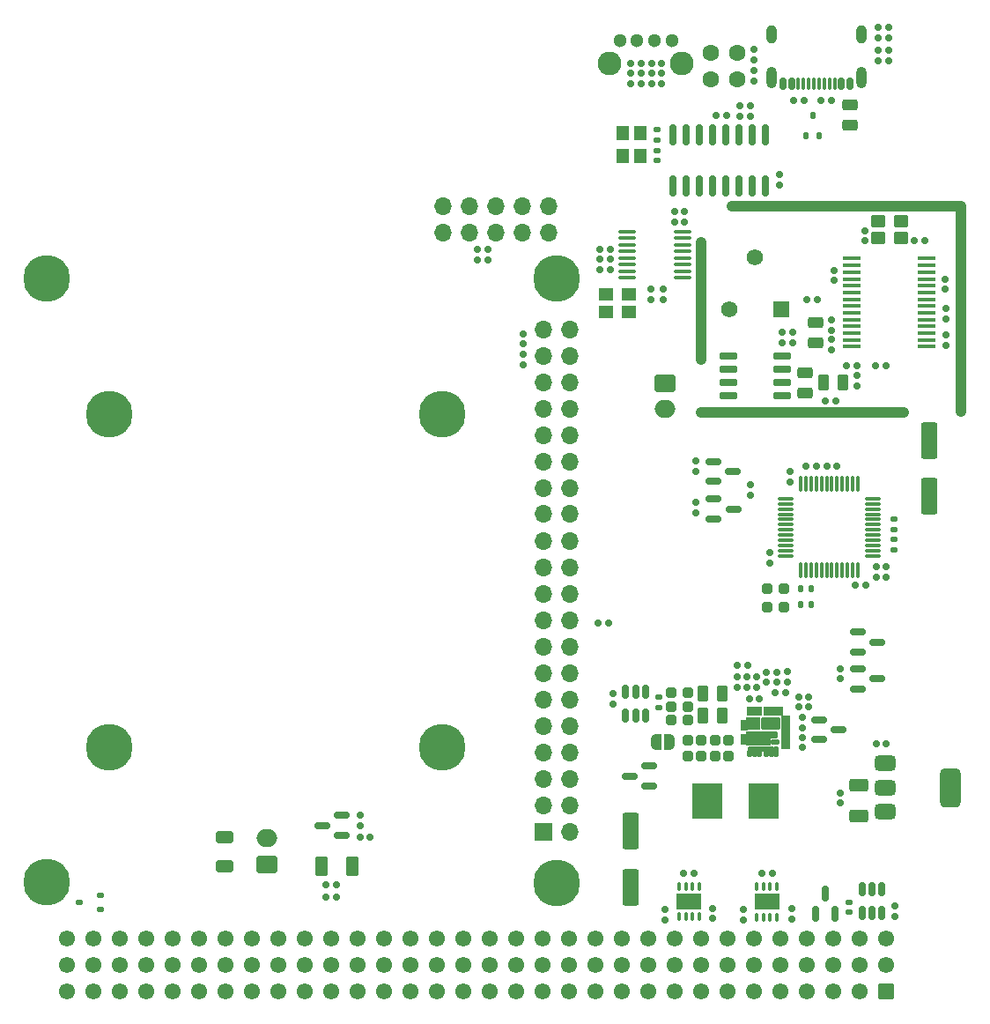
<source format=gbr>
%TF.GenerationSoftware,KiCad,Pcbnew,9.0.0*%
%TF.CreationDate,2025-05-24T19:09:12+02:00*%
%TF.ProjectId,OrangePie,4f72616e-6765-4506-9965-2e6b69636164,2.0.0*%
%TF.SameCoordinates,Original*%
%TF.FileFunction,Soldermask,Top*%
%TF.FilePolarity,Negative*%
%FSLAX46Y46*%
G04 Gerber Fmt 4.6, Leading zero omitted, Abs format (unit mm)*
G04 Created by KiCad (PCBNEW 9.0.0) date 2025-05-24 19:09:12*
%MOMM*%
%LPD*%
G01*
G04 APERTURE LIST*
G04 Aperture macros list*
%AMRoundRect*
0 Rectangle with rounded corners*
0 $1 Rounding radius*
0 $2 $3 $4 $5 $6 $7 $8 $9 X,Y pos of 4 corners*
0 Add a 4 corners polygon primitive as box body*
4,1,4,$2,$3,$4,$5,$6,$7,$8,$9,$2,$3,0*
0 Add four circle primitives for the rounded corners*
1,1,$1+$1,$2,$3*
1,1,$1+$1,$4,$5*
1,1,$1+$1,$6,$7*
1,1,$1+$1,$8,$9*
0 Add four rect primitives between the rounded corners*
20,1,$1+$1,$2,$3,$4,$5,0*
20,1,$1+$1,$4,$5,$6,$7,0*
20,1,$1+$1,$6,$7,$8,$9,0*
20,1,$1+$1,$8,$9,$2,$3,0*%
%AMFreePoly0*
4,1,23,0.500000,-0.750000,0.000000,-0.750000,0.000000,-0.745722,-0.065263,-0.745722,-0.191342,-0.711940,-0.304381,-0.646677,-0.396677,-0.554381,-0.461940,-0.441342,-0.495722,-0.315263,-0.495722,-0.250000,-0.500000,-0.250000,-0.500000,0.250000,-0.495722,0.250000,-0.495722,0.315263,-0.461940,0.441342,-0.396677,0.554381,-0.304381,0.646677,-0.191342,0.711940,-0.065263,0.745722,0.000000,0.745722,
0.000000,0.750000,0.500000,0.750000,0.500000,-0.750000,0.500000,-0.750000,$1*%
%AMFreePoly1*
4,1,23,0.000000,0.745722,0.065263,0.745722,0.191342,0.711940,0.304381,0.646677,0.396677,0.554381,0.461940,0.441342,0.495722,0.315263,0.495722,0.250000,0.500000,0.250000,0.500000,-0.250000,0.495722,-0.250000,0.495722,-0.315263,0.461940,-0.441342,0.396677,-0.554381,0.304381,-0.646677,0.191342,-0.711940,0.065263,-0.745722,0.000000,-0.745722,0.000000,-0.750000,-0.500000,-0.750000,
-0.500000,0.750000,0.000000,0.750000,0.000000,0.745722,0.000000,0.745722,$1*%
G04 Aperture macros list end*
%ADD10C,1.000000*%
%ADD11RoundRect,0.159000X-0.159000X-0.189000X0.159000X-0.189000X0.159000X0.189000X-0.159000X0.189000X0*%
%ADD12RoundRect,0.159000X0.189000X-0.159000X0.189000X0.159000X-0.189000X0.159000X-0.189000X-0.159000X0*%
%ADD13RoundRect,0.150000X-0.590000X-0.150000X0.590000X-0.150000X0.590000X0.150000X-0.590000X0.150000X0*%
%ADD14RoundRect,0.244000X0.269000X-0.244000X0.269000X0.244000X-0.269000X0.244000X-0.269000X-0.244000X0*%
%ADD15RoundRect,0.159000X-0.189000X0.159000X-0.189000X-0.159000X0.189000X-0.159000X0.189000X0.159000X0*%
%ADD16RoundRect,0.250000X0.450000X0.350000X-0.450000X0.350000X-0.450000X-0.350000X0.450000X-0.350000X0*%
%ADD17RoundRect,0.140000X-0.170000X0.140000X-0.170000X-0.140000X0.170000X-0.140000X0.170000X0.140000X0*%
%ADD18RoundRect,0.140000X0.170000X-0.140000X0.170000X0.140000X-0.170000X0.140000X-0.170000X-0.140000X0*%
%ADD19RoundRect,0.159000X0.159000X0.189000X-0.159000X0.189000X-0.159000X-0.189000X0.159000X-0.189000X0*%
%ADD20RoundRect,0.150000X0.150000X-0.590000X0.150000X0.590000X-0.150000X0.590000X-0.150000X-0.590000X0*%
%ADD21RoundRect,0.075000X-0.075000X0.350000X-0.075000X-0.350000X0.075000X-0.350000X0.075000X0.350000X0*%
%ADD22R,2.400000X1.600000*%
%ADD23RoundRect,0.150000X0.150000X-0.512500X0.150000X0.512500X-0.150000X0.512500X-0.150000X-0.512500X0*%
%ADD24R,1.200000X1.400000*%
%ADD25RoundRect,0.239000X0.239000X0.274000X-0.239000X0.274000X-0.239000X-0.274000X0.239000X-0.274000X0*%
%ADD26RoundRect,0.244000X-0.244000X-0.269000X0.244000X-0.269000X0.244000X0.269000X-0.244000X0.269000X0*%
%ADD27R,1.750000X0.450000*%
%ADD28RoundRect,0.150000X0.590000X0.150000X-0.590000X0.150000X-0.590000X-0.150000X0.590000X-0.150000X0*%
%ADD29RoundRect,0.135000X0.185000X-0.135000X0.185000X0.135000X-0.185000X0.135000X-0.185000X-0.135000X0*%
%ADD30RoundRect,0.269000X-0.269000X-0.494000X0.269000X-0.494000X0.269000X0.494000X-0.269000X0.494000X0*%
%ADD31RoundRect,0.150000X-0.150000X0.512500X-0.150000X-0.512500X0.150000X-0.512500X0.150000X0.512500X0*%
%ADD32C,1.300000*%
%ADD33C,2.286000*%
%ADD34RoundRect,0.112500X0.237500X-0.112500X0.237500X0.112500X-0.237500X0.112500X-0.237500X-0.112500X0*%
%ADD35RoundRect,0.250000X-0.750000X0.600000X-0.750000X-0.600000X0.750000X-0.600000X0.750000X0.600000X0*%
%ADD36O,2.000000X1.700000*%
%ADD37RoundRect,0.112500X-0.112500X-0.237500X0.112500X-0.237500X0.112500X0.237500X-0.112500X0.237500X0*%
%ADD38RoundRect,0.269000X0.494000X-0.269000X0.494000X0.269000X-0.494000X0.269000X-0.494000X-0.269000X0*%
%ADD39RoundRect,0.150000X-0.150000X0.825000X-0.150000X-0.825000X0.150000X-0.825000X0.150000X0.825000X0*%
%ADD40FreePoly0,180.000000*%
%ADD41FreePoly1,180.000000*%
%ADD42RoundRect,0.269000X0.269000X0.494000X-0.269000X0.494000X-0.269000X-0.494000X0.269000X-0.494000X0*%
%ADD43C,1.600000*%
%ADD44RoundRect,0.102000X-0.275000X-0.150000X0.275000X-0.150000X0.275000X0.150000X-0.275000X0.150000X0*%
%ADD45RoundRect,0.102000X-0.150000X-0.225000X0.150000X-0.225000X0.150000X0.225000X-0.150000X0.225000X0*%
%ADD46RoundRect,0.102000X-1.175000X-0.140000X1.175000X-0.140000X1.175000X0.140000X-1.175000X0.140000X0*%
%ADD47RoundRect,0.102000X-0.150000X-0.365000X0.150000X-0.365000X0.150000X0.365000X-0.150000X0.365000X0*%
%ADD48RoundRect,0.102000X-0.362500X-0.150000X0.362500X-0.150000X0.362500X0.150000X-0.362500X0.150000X0*%
%ADD49RoundRect,0.102000X-0.150000X-0.362500X0.150000X-0.362500X0.150000X0.362500X-0.150000X0.362500X0*%
%ADD50RoundRect,0.102000X-0.787500X-0.525000X0.787500X-0.525000X0.787500X0.525000X-0.787500X0.525000X0*%
%ADD51RoundRect,0.102000X-0.575000X-0.525000X0.575000X-0.525000X0.575000X0.525000X-0.575000X0.525000X0*%
%ADD52RoundRect,0.102000X-1.087500X-0.600000X1.087500X-0.600000X1.087500X0.600000X-1.087500X0.600000X0*%
%ADD53RoundRect,0.102000X-0.325000X-0.227500X0.325000X-0.227500X0.325000X0.227500X-0.325000X0.227500X0*%
%ADD54RoundRect,0.102000X-0.290000X-0.190000X0.290000X-0.190000X0.290000X0.190000X-0.290000X0.190000X0*%
%ADD55R,1.560000X1.560000*%
%ADD56C,1.560000*%
%ADD57RoundRect,0.075000X0.662500X0.075000X-0.662500X0.075000X-0.662500X-0.075000X0.662500X-0.075000X0*%
%ADD58RoundRect,0.075000X0.075000X0.662500X-0.075000X0.662500X-0.075000X-0.662500X0.075000X-0.662500X0*%
%ADD59RoundRect,0.267273X0.570727X-0.320727X0.570727X0.320727X-0.570727X0.320727X-0.570727X-0.320727X0*%
%ADD60RoundRect,0.135000X0.135000X0.185000X-0.135000X0.185000X-0.135000X-0.185000X0.135000X-0.185000X0*%
%ADD61RoundRect,0.266521X0.671479X-0.346479X0.671479X0.346479X-0.671479X0.346479X-0.671479X-0.346479X0*%
%ADD62RoundRect,0.250000X0.750000X-0.600000X0.750000X0.600000X-0.750000X0.600000X-0.750000X-0.600000X0*%
%ADD63R,2.950000X3.500000*%
%ADD64RoundRect,0.266521X-0.346479X-0.671479X0.346479X-0.671479X0.346479X0.671479X-0.346479X0.671479X0*%
%ADD65RoundRect,0.269000X-0.494000X0.269000X-0.494000X-0.269000X0.494000X-0.269000X0.494000X0.269000X0*%
%ADD66RoundRect,0.150000X0.725000X0.150000X-0.725000X0.150000X-0.725000X-0.150000X0.725000X-0.150000X0*%
%ADD67RoundRect,0.150000X0.150000X0.425000X-0.150000X0.425000X-0.150000X-0.425000X0.150000X-0.425000X0*%
%ADD68RoundRect,0.075000X0.075000X0.500000X-0.075000X0.500000X-0.075000X-0.500000X0.075000X-0.500000X0*%
%ADD69O,1.000000X2.100000*%
%ADD70O,1.000000X1.800000*%
%ADD71RoundRect,0.250000X-0.550000X1.500000X-0.550000X-1.500000X0.550000X-1.500000X0.550000X1.500000X0*%
%ADD72R,1.400000X1.200000*%
%ADD73RoundRect,0.249999X0.525001X0.525001X-0.525001X0.525001X-0.525001X-0.525001X0.525001X-0.525001X0*%
%ADD74C,1.550000*%
%ADD75RoundRect,0.375000X-0.625000X-0.375000X0.625000X-0.375000X0.625000X0.375000X-0.625000X0.375000X0*%
%ADD76RoundRect,0.500000X-0.500000X-1.400000X0.500000X-1.400000X0.500000X1.400000X-0.500000X1.400000X0*%
%ADD77RoundRect,0.100000X0.712500X0.100000X-0.712500X0.100000X-0.712500X-0.100000X0.712500X-0.100000X0*%
%ADD78C,4.500000*%
%ADD79O,1.700000X1.700000*%
%ADD80R,1.700000X1.700000*%
G04 APERTURE END LIST*
D10*
X121727498Y-77592030D02*
X102285406Y-77592030D01*
X127285775Y-57794421D02*
X127285775Y-77495962D01*
X102315934Y-61236827D02*
X102315934Y-72486827D01*
X105250995Y-57794421D02*
X127285775Y-57794421D01*
D11*
%TO.C,R49*%
X110100000Y-69900000D03*
X111100000Y-69900000D03*
%TD*%
%TO.C,R47*%
X92400000Y-97800000D03*
X93400000Y-97800000D03*
%TD*%
D12*
%TO.C,R32*%
X106675000Y-103975000D03*
X106675000Y-102975000D03*
%TD*%
%TO.C,R14*%
X98624173Y-66740827D03*
X98624173Y-65740827D03*
%TD*%
D13*
%TO.C,Q3*%
X117314035Y-102225000D03*
X117314035Y-104125000D03*
X119194035Y-103175000D03*
%TD*%
D14*
%TO.C,C12*%
X103600000Y-110600000D03*
X103600000Y-109040000D03*
%TD*%
D15*
%TO.C,R26*%
X69487500Y-116300000D03*
X69487500Y-117300000D03*
%TD*%
D12*
%TO.C,R21*%
X106000000Y-49140000D03*
X106000000Y-48140000D03*
%TD*%
D16*
%TO.C,X1*%
X121500000Y-59215000D03*
X119300000Y-59215000D03*
X119300000Y-60815000D03*
X121500000Y-60815000D03*
%TD*%
D12*
%TO.C,R5*%
X107400000Y-45700000D03*
X107400000Y-44700000D03*
%TD*%
D17*
%TO.C,C27*%
X116469602Y-124602500D03*
X116469602Y-125562500D03*
%TD*%
D15*
%TO.C,R33*%
X107400000Y-42700000D03*
X107400000Y-43700000D03*
%TD*%
D11*
%TO.C,R36*%
X108575000Y-102575000D03*
X109575000Y-102575000D03*
%TD*%
D18*
%TO.C,C25*%
X120800000Y-88790000D03*
X120800000Y-87830000D03*
%TD*%
D19*
%TO.C,C16*%
X96500000Y-46000000D03*
X95500000Y-46000000D03*
%TD*%
D11*
%TO.C,R19*%
X112450000Y-66690000D03*
X113450000Y-66690000D03*
%TD*%
D13*
%TO.C,Q6*%
X103480000Y-82300000D03*
X103480000Y-84200000D03*
X105360000Y-83250000D03*
%TD*%
D15*
%TO.C,C34*%
X125775000Y-64750000D03*
X125775000Y-65750000D03*
%TD*%
%TO.C,R22*%
X115027641Y-63906489D03*
X115027641Y-64906489D03*
%TD*%
D20*
%TO.C,Q1*%
X113286128Y-125702500D03*
X115186128Y-125702500D03*
X114236128Y-123822500D03*
%TD*%
D21*
%TO.C,U7*%
X102100000Y-123100000D03*
X101450000Y-123100000D03*
X100800000Y-123100000D03*
X100150000Y-123100000D03*
X100150000Y-126000000D03*
X100800000Y-126000000D03*
X101450000Y-126000000D03*
X102100000Y-126000000D03*
D22*
X101125000Y-124550000D03*
%TD*%
D11*
%TO.C,R42*%
X99700000Y-59240827D03*
X100700000Y-59240827D03*
%TD*%
D15*
%TO.C,C18*%
X110850000Y-83262500D03*
X110850000Y-84262500D03*
%TD*%
D11*
%TO.C,R30*%
X111200000Y-47600000D03*
X112200000Y-47600000D03*
%TD*%
D23*
%TO.C,U5*%
X117736128Y-125657500D03*
X118686128Y-125657500D03*
X119636128Y-125657500D03*
X119636128Y-123382500D03*
X118686128Y-123382500D03*
X117736128Y-123382500D03*
%TD*%
D12*
%TO.C,R12*%
X93800000Y-105600000D03*
X93800000Y-104600000D03*
%TD*%
D15*
%TO.C,R13*%
X120936128Y-125000000D03*
X120936128Y-126000000D03*
%TD*%
D12*
%TO.C,R40*%
X85200000Y-73000000D03*
X85200000Y-72000000D03*
%TD*%
D24*
%TO.C,Y2*%
X94770000Y-50690000D03*
X94770000Y-52890000D03*
X96470000Y-52890000D03*
X96470000Y-50690000D03*
%TD*%
D11*
%TO.C,R27*%
X119300000Y-42800000D03*
X120300000Y-42800000D03*
%TD*%
D12*
%TO.C,C59*%
X115650000Y-115100000D03*
X115650000Y-114100000D03*
%TD*%
D25*
%TO.C,D3*%
X110250000Y-96300000D03*
X108670000Y-96300000D03*
%TD*%
D12*
%TO.C,R15*%
X97424173Y-66740827D03*
X97424173Y-65740827D03*
%TD*%
D26*
%TO.C,C62*%
X99420000Y-105825000D03*
X100980000Y-105825000D03*
%TD*%
D19*
%TO.C,R4*%
X109575000Y-103475000D03*
X108575000Y-103475000D03*
%TD*%
D27*
%TO.C,U9*%
X116755000Y-62790000D03*
X116755000Y-63440000D03*
X116755000Y-64090000D03*
X116755000Y-64740000D03*
X116755000Y-65390000D03*
X116755000Y-66040000D03*
X116755000Y-66690000D03*
X116755000Y-67340000D03*
X116755000Y-67990000D03*
X116755000Y-68640000D03*
X116755000Y-69290000D03*
X116755000Y-69940000D03*
X116755000Y-70590000D03*
X116755000Y-71240000D03*
X123955000Y-71240000D03*
X123955000Y-70590000D03*
X123955000Y-69940000D03*
X123955000Y-69290000D03*
X123955000Y-68640000D03*
X123955000Y-67990000D03*
X123955000Y-67340000D03*
X123955000Y-66690000D03*
X123955000Y-66040000D03*
X123955000Y-65390000D03*
X123955000Y-64740000D03*
X123955000Y-64090000D03*
X123955000Y-63440000D03*
X123955000Y-62790000D03*
%TD*%
D15*
%TO.C,R1*%
X107575000Y-102975000D03*
X107575000Y-103975000D03*
%TD*%
D19*
%TO.C,C7*%
X107900000Y-105075000D03*
X106900000Y-105075000D03*
%TD*%
D11*
%TO.C,R39*%
X95500000Y-45000000D03*
X96500000Y-45000000D03*
%TD*%
D13*
%TO.C,Q5*%
X113600000Y-107100000D03*
X113600000Y-109000000D03*
X115480000Y-108050000D03*
%TD*%
D28*
%TO.C,Q4*%
X67740000Y-118200000D03*
X67740000Y-116300000D03*
X65860000Y-117250000D03*
%TD*%
D15*
%TO.C,R6*%
X112000000Y-106875000D03*
X112000000Y-107875000D03*
%TD*%
%TO.C,R44*%
X81800000Y-61900000D03*
X81800000Y-62900000D03*
%TD*%
D11*
%TO.C,R16*%
X116250000Y-73050000D03*
X117250000Y-73050000D03*
%TD*%
D19*
%TO.C,C28*%
X101625000Y-121828183D03*
X100625000Y-121828183D03*
%TD*%
D29*
%TO.C,R9*%
X120800000Y-90810000D03*
X120800000Y-89790000D03*
%TD*%
D15*
%TO.C,R45*%
X80800000Y-61900000D03*
X80800000Y-62900000D03*
%TD*%
D30*
%TO.C,C40*%
X114050000Y-74690000D03*
X115950000Y-74690000D03*
%TD*%
D31*
%TO.C,U4*%
X96925000Y-104425000D03*
X95975000Y-104425000D03*
X95025000Y-104425000D03*
X95025000Y-106700000D03*
X95975000Y-106700000D03*
X96925000Y-106700000D03*
%TD*%
D32*
%TO.C,BTN1*%
X99458401Y-41815997D03*
X97828401Y-41815997D03*
X96088401Y-41815997D03*
X94458401Y-41815997D03*
D33*
X100458401Y-44065997D03*
X93458401Y-44065997D03*
%TD*%
D34*
%TO.C,U403*%
X44500000Y-125300000D03*
X44500000Y-124000000D03*
X42500000Y-124650000D03*
%TD*%
D12*
%TO.C,R18*%
X117250000Y-75000000D03*
X117250000Y-74000000D03*
%TD*%
%TO.C,C22*%
X108850000Y-92050000D03*
X108850000Y-91050000D03*
%TD*%
D11*
%TO.C,C36*%
X114200000Y-76500000D03*
X115200000Y-76500000D03*
%TD*%
D14*
%TO.C,C13*%
X102300000Y-110600000D03*
X102300000Y-109040000D03*
%TD*%
D19*
%TO.C,C19*%
X113350000Y-82762500D03*
X112350000Y-82762500D03*
%TD*%
%TO.C,C52*%
X104700000Y-49040000D03*
X103700000Y-49040000D03*
%TD*%
D12*
%TO.C,C14*%
X110575000Y-103475000D03*
X110575000Y-102475000D03*
%TD*%
D35*
%TO.C,J3*%
X98775000Y-74750000D03*
D36*
X98775000Y-77250000D03*
%TD*%
D15*
%TO.C,R3*%
X111675000Y-104875000D03*
X111675000Y-105875000D03*
%TD*%
D11*
%TO.C,R24*%
X66225000Y-122950000D03*
X67225000Y-122950000D03*
%TD*%
D19*
%TO.C,C30*%
X109100000Y-121880900D03*
X108100000Y-121880900D03*
%TD*%
D11*
%TO.C,R43*%
X99700000Y-58240827D03*
X100700000Y-58240827D03*
%TD*%
D12*
%TO.C,R41*%
X85200000Y-71000000D03*
X85200000Y-70000000D03*
%TD*%
D37*
%TO.C,U402*%
X112350000Y-51000000D03*
X113650000Y-51000000D03*
X113000000Y-49000000D03*
%TD*%
D12*
%TO.C,C44*%
X118050000Y-61090000D03*
X118050000Y-60090000D03*
%TD*%
%TO.C,C29*%
X98800000Y-126300000D03*
X98800000Y-125300000D03*
%TD*%
D15*
%TO.C,C35*%
X114850000Y-70550000D03*
X114850000Y-71550000D03*
%TD*%
D38*
%TO.C,C33*%
X113250000Y-70840000D03*
X113250000Y-68940000D03*
%TD*%
D12*
%TO.C,R35*%
X103400000Y-126200000D03*
X103400000Y-125200000D03*
%TD*%
D11*
%TO.C,R23*%
X66225000Y-124100000D03*
X67225000Y-124100000D03*
%TD*%
D28*
%TO.C,Q2*%
X97315000Y-113450000D03*
X97315000Y-111550000D03*
X95435000Y-112500000D03*
%TD*%
D39*
%TO.C,U11*%
X108420000Y-50890000D03*
X107150000Y-50890000D03*
X105880000Y-50890000D03*
X104610000Y-50890000D03*
X103340000Y-50890000D03*
X102070000Y-50890000D03*
X100800000Y-50890000D03*
X99530000Y-50890000D03*
X99530000Y-55840000D03*
X100800000Y-55840000D03*
X102070000Y-55840000D03*
X103340000Y-55840000D03*
X104610000Y-55840000D03*
X105880000Y-55840000D03*
X107150000Y-55840000D03*
X108420000Y-55840000D03*
%TD*%
D13*
%TO.C,Q8*%
X117322400Y-98680100D03*
X117322400Y-100580100D03*
X119202400Y-99630100D03*
%TD*%
D11*
%TO.C,C20*%
X114350000Y-82762500D03*
X115350000Y-82762500D03*
%TD*%
D19*
%TO.C,R29*%
X114800000Y-47600000D03*
X113800000Y-47600000D03*
%TD*%
D12*
%TO.C,R46*%
X101800000Y-87200000D03*
X101800000Y-86200000D03*
%TD*%
%TO.C,R48*%
X115697000Y-103174800D03*
X115697000Y-102174800D03*
%TD*%
D40*
%TO.C,JP1*%
X99275000Y-109194800D03*
D41*
X97975000Y-109194800D03*
%TD*%
D42*
%TO.C,C57*%
X104350000Y-104600000D03*
X102450000Y-104600000D03*
%TD*%
D12*
%TO.C,R60*%
X101800000Y-83250000D03*
X101800000Y-82250000D03*
%TD*%
D43*
%TO.C,LED1*%
X103242001Y-43025997D03*
X105782001Y-43025997D03*
X103242001Y-45565997D03*
X105782001Y-45565997D03*
%TD*%
D44*
%TO.C,U2*%
X106425000Y-107400000D03*
X106425000Y-107850000D03*
X106425000Y-108750000D03*
X106425000Y-109200000D03*
D45*
X106975000Y-110300000D03*
X107425000Y-110300000D03*
X107875000Y-110300000D03*
X108575000Y-110300000D03*
X109025000Y-110300000D03*
D46*
X108000000Y-109935000D03*
D47*
X109475000Y-110160000D03*
D48*
X110387500Y-109650000D03*
X110387500Y-109200000D03*
X110387500Y-108750000D03*
X110387500Y-108300000D03*
X110387500Y-107850000D03*
X110387500Y-107400000D03*
X110387500Y-106950000D03*
D49*
X109925000Y-106287500D03*
X109475000Y-106287500D03*
X109025000Y-106287500D03*
X108575000Y-106287500D03*
X107875000Y-106287500D03*
X107425000Y-106287500D03*
X106975000Y-106287500D03*
D50*
X108937500Y-107475000D03*
D51*
X107275000Y-107475000D03*
D52*
X107787500Y-108900000D03*
D53*
X109200000Y-108527500D03*
D54*
X109435000Y-109215000D03*
%TD*%
D17*
%TO.C,C53*%
X98070000Y-52410000D03*
X98070000Y-53370000D03*
%TD*%
D11*
%TO.C,C23*%
X119100000Y-93400000D03*
X120100000Y-93400000D03*
%TD*%
D21*
%TO.C,U6*%
X109575000Y-123143400D03*
X108925000Y-123143400D03*
X108275000Y-123143400D03*
X107625000Y-123143400D03*
X107625000Y-126043400D03*
X108275000Y-126043400D03*
X108925000Y-126043400D03*
X109575000Y-126043400D03*
D22*
X108600000Y-124593400D03*
%TD*%
D12*
%TO.C,C31*%
X106343270Y-126300000D03*
X106343270Y-125300000D03*
%TD*%
D42*
%TO.C,C10*%
X104350000Y-106725000D03*
X102450000Y-106725000D03*
%TD*%
D11*
%TO.C,C24*%
X119100000Y-92400000D03*
X120100000Y-92400000D03*
%TD*%
D12*
%TO.C,C38*%
X125800000Y-71125000D03*
X125800000Y-70125000D03*
%TD*%
D19*
%TO.C,C60*%
X98500000Y-46000000D03*
X97500000Y-46000000D03*
%TD*%
D11*
%TO.C,R7*%
X109400000Y-104475000D03*
X110400000Y-104475000D03*
%TD*%
D25*
%TO.C,D1*%
X110250000Y-94500000D03*
X108670000Y-94500000D03*
%TD*%
D12*
%TO.C,C15*%
X112000000Y-109772000D03*
X112000000Y-108772000D03*
%TD*%
D19*
%TO.C,C17*%
X120100000Y-109400000D03*
X119100000Y-109400000D03*
%TD*%
%TO.C,C43*%
X123745000Y-61015000D03*
X122745000Y-61015000D03*
%TD*%
D26*
%TO.C,C61*%
X99420000Y-104525000D03*
X100980000Y-104525000D03*
%TD*%
D11*
%TO.C,C42*%
X110100000Y-70900000D03*
X111100000Y-70900000D03*
%TD*%
D55*
%TO.C,RV1*%
X109950000Y-67700000D03*
D56*
X107450000Y-62700000D03*
X104950000Y-67700000D03*
%TD*%
D19*
%TO.C,R25*%
X70487500Y-118400000D03*
X69487500Y-118400000D03*
%TD*%
D57*
%TO.C,U3*%
X118762500Y-91350000D03*
X118762500Y-90850000D03*
X118762500Y-90350000D03*
X118762500Y-89850000D03*
X118762500Y-89350000D03*
X118762500Y-88850000D03*
X118762500Y-88350000D03*
X118762500Y-87850000D03*
X118762500Y-87350000D03*
X118762500Y-86850000D03*
X118762500Y-86350000D03*
X118762500Y-85850000D03*
D58*
X117350000Y-84437500D03*
X116850000Y-84437500D03*
X116350000Y-84437500D03*
X115850000Y-84437500D03*
X115350000Y-84437500D03*
X114850000Y-84437500D03*
X114350000Y-84437500D03*
X113850000Y-84437500D03*
X113350000Y-84437500D03*
X112850000Y-84437500D03*
X112350000Y-84437500D03*
X111850000Y-84437500D03*
D57*
X110437500Y-85850000D03*
X110437500Y-86350000D03*
X110437500Y-86850000D03*
X110437500Y-87350000D03*
X110437500Y-87850000D03*
X110437500Y-88350000D03*
X110437500Y-88850000D03*
X110437500Y-89350000D03*
X110437500Y-89850000D03*
X110437500Y-90350000D03*
X110437500Y-90850000D03*
X110437500Y-91350000D03*
D58*
X111850000Y-92762500D03*
X112350000Y-92762500D03*
X112850000Y-92762500D03*
X113350000Y-92762500D03*
X113850000Y-92762500D03*
X114350000Y-92762500D03*
X114850000Y-92762500D03*
X115350000Y-92762500D03*
X115850000Y-92762500D03*
X116350000Y-92762500D03*
X116850000Y-92762500D03*
X117350000Y-92762500D03*
%TD*%
D59*
%TO.C,D4*%
X56450000Y-121200000D03*
X56450000Y-118400000D03*
%TD*%
D19*
%TO.C,C47*%
X93524173Y-61940827D03*
X92524173Y-61940827D03*
%TD*%
D15*
%TO.C,C32*%
X114850000Y-68700000D03*
X114850000Y-69700000D03*
%TD*%
D60*
%TO.C,R11*%
X112880000Y-96000000D03*
X111860000Y-96000000D03*
%TD*%
D61*
%TO.C,C6*%
X117400000Y-116360000D03*
X117400000Y-113400000D03*
%TD*%
D12*
%TO.C,R2*%
X112575000Y-105875000D03*
X112575000Y-104875000D03*
%TD*%
D62*
%TO.C,M1*%
X60525000Y-121000000D03*
D36*
X60525000Y-118500000D03*
%TD*%
D11*
%TO.C,R31*%
X119300000Y-40600000D03*
X120300000Y-40600000D03*
%TD*%
D19*
%TO.C,C9*%
X106775000Y-101875000D03*
X105775000Y-101875000D03*
%TD*%
D63*
%TO.C,L2*%
X108325000Y-114900000D03*
X102875000Y-114900000D03*
%TD*%
D19*
%TO.C,C45*%
X93524173Y-63840827D03*
X92524173Y-63840827D03*
%TD*%
D11*
%TO.C,C55*%
X119300000Y-41600000D03*
X120300000Y-41600000D03*
%TD*%
D64*
%TO.C,C49*%
X65820000Y-121200000D03*
X68780000Y-121200000D03*
%TD*%
D65*
%TO.C,C37*%
X112250000Y-73790000D03*
X112250000Y-75690000D03*
%TD*%
D66*
%TO.C,U8*%
X110050000Y-75930000D03*
X110050000Y-74660000D03*
X110050000Y-73390000D03*
X110050000Y-72120000D03*
X104900000Y-72120000D03*
X104900000Y-73390000D03*
X104900000Y-74660000D03*
X104900000Y-75930000D03*
%TD*%
D12*
%TO.C,C51*%
X109800000Y-55740000D03*
X109800000Y-54740000D03*
%TD*%
D67*
%TO.C,J5*%
X116578401Y-45955997D03*
X115778401Y-45955997D03*
D68*
X114628401Y-45955997D03*
X113628401Y-45955997D03*
X113128401Y-45955997D03*
X112128401Y-45955997D03*
D67*
X110978401Y-45955997D03*
X110178401Y-45955997D03*
X110178401Y-45955997D03*
X110978401Y-45955997D03*
D68*
X111628401Y-45955997D03*
X112628401Y-45955997D03*
X114128401Y-45955997D03*
X115128401Y-45955997D03*
D67*
X115778401Y-45955997D03*
X116578401Y-45955997D03*
D69*
X117698401Y-45380997D03*
D70*
X117698401Y-41200997D03*
D69*
X109058401Y-45380997D03*
D70*
X109058401Y-41200997D03*
%TD*%
D71*
%TO.C,C41*%
X124250000Y-80250000D03*
X124250000Y-85650000D03*
%TD*%
D14*
%TO.C,C8*%
X104900000Y-110600000D03*
X104900000Y-109040000D03*
%TD*%
D72*
%TO.C,Y1*%
X95324173Y-66190827D03*
X93124173Y-66190827D03*
X93124173Y-67890827D03*
X95324173Y-67890827D03*
%TD*%
D12*
%TO.C,C11*%
X105775000Y-103975000D03*
X105775000Y-102975000D03*
%TD*%
D19*
%TO.C,C46*%
X93524173Y-62840827D03*
X92524173Y-62840827D03*
%TD*%
%TO.C,C21*%
X118100000Y-94200000D03*
X117100000Y-94200000D03*
%TD*%
D14*
%TO.C,C58*%
X101000000Y-110600000D03*
X101000000Y-109040000D03*
%TD*%
D13*
%TO.C,Q7*%
X103500000Y-85900000D03*
X103500000Y-87800000D03*
X105380000Y-86850000D03*
%TD*%
D65*
%TO.C,C56*%
X116600000Y-48050000D03*
X116600000Y-49950000D03*
%TD*%
D73*
%TO.C,J1*%
X120070000Y-133204999D03*
D74*
X117530000Y-133204999D03*
X114990000Y-133204999D03*
X112450000Y-133204999D03*
X109910000Y-133204999D03*
X107370000Y-133204999D03*
X104830000Y-133204999D03*
X102290000Y-133204999D03*
X99750000Y-133204999D03*
X97210000Y-133204999D03*
X94670000Y-133204999D03*
X92130000Y-133204999D03*
X89590000Y-133204999D03*
X87050000Y-133204999D03*
X84510000Y-133204999D03*
X81970000Y-133204999D03*
X79430000Y-133204999D03*
X76890000Y-133204999D03*
X74350000Y-133204999D03*
X71810000Y-133204999D03*
X69270000Y-133204999D03*
X66730000Y-133204999D03*
X64190000Y-133204999D03*
X61650000Y-133204999D03*
X59110000Y-133204999D03*
X56570000Y-133204999D03*
X54030000Y-133204999D03*
X51490000Y-133204999D03*
X48950000Y-133204999D03*
X46410000Y-133204999D03*
X43870000Y-133204999D03*
X41330000Y-133204999D03*
X120070000Y-130664999D03*
X117530000Y-130664999D03*
X114990000Y-130664999D03*
X112450000Y-130664999D03*
X109910000Y-130664999D03*
X107370000Y-130664999D03*
X104830000Y-130664999D03*
X102290000Y-130664999D03*
X99750000Y-130664999D03*
X97210000Y-130664999D03*
X94670000Y-130664999D03*
X92130000Y-130664999D03*
X89590000Y-130664999D03*
X87050000Y-130664999D03*
X84510000Y-130664999D03*
X81970000Y-130664999D03*
X79430000Y-130664999D03*
X76890000Y-130664999D03*
X74350000Y-130664999D03*
X71810000Y-130664999D03*
X69270000Y-130664999D03*
X66730000Y-130664999D03*
X64190000Y-130664999D03*
X61650000Y-130664999D03*
X59110000Y-130664999D03*
X56570000Y-130664999D03*
X54030000Y-130664999D03*
X51490000Y-130664999D03*
X48950000Y-130664999D03*
X46410000Y-130664999D03*
X43870000Y-130664999D03*
X41330000Y-130664999D03*
X120070000Y-128124999D03*
X117530000Y-128124999D03*
X114990000Y-128124999D03*
X112450000Y-128124999D03*
X109910000Y-128124999D03*
X107370000Y-128124999D03*
X104830000Y-128124999D03*
X102290000Y-128124999D03*
X99750000Y-128124999D03*
X97210000Y-128124999D03*
X94670000Y-128124999D03*
X92130000Y-128124999D03*
X89590000Y-128124999D03*
X87050000Y-128124999D03*
X84510000Y-128124999D03*
X81970000Y-128124999D03*
X79430000Y-128124999D03*
X76890000Y-128124999D03*
X74350000Y-128124999D03*
X71810000Y-128124999D03*
X69270000Y-128124999D03*
X66730000Y-128124999D03*
X64190000Y-128124999D03*
X61650000Y-128124999D03*
X59110000Y-128124999D03*
X56570000Y-128124999D03*
X54030000Y-128124999D03*
X51490000Y-128124999D03*
X48950000Y-128124999D03*
X46410000Y-128124999D03*
X43870000Y-128124999D03*
X41330000Y-128124999D03*
%TD*%
D26*
%TO.C,C63*%
X99420000Y-107125000D03*
X100980000Y-107125000D03*
%TD*%
D18*
%TO.C,C54*%
X98070000Y-51370000D03*
X98070000Y-50410000D03*
%TD*%
D15*
%TO.C,C39*%
X125800000Y-67550000D03*
X125800000Y-68550000D03*
%TD*%
D71*
%TO.C,C48*%
X95500000Y-117800000D03*
X95500000Y-123200000D03*
%TD*%
D75*
%TO.C,U13*%
X119950000Y-111300000D03*
X119950000Y-113600000D03*
D76*
X126250000Y-113600000D03*
D75*
X119950000Y-115900000D03*
%TD*%
D11*
%TO.C,R37*%
X95500000Y-44000000D03*
X96500000Y-44000000D03*
%TD*%
D60*
%TO.C,R10*%
X112870000Y-94500000D03*
X111850000Y-94500000D03*
%TD*%
D19*
%TO.C,R17*%
X120050000Y-73050000D03*
X119050000Y-73050000D03*
%TD*%
D77*
%TO.C,U10*%
X100461673Y-64613327D03*
X100461673Y-63978327D03*
X100461673Y-63343327D03*
X100461673Y-62708327D03*
X100461673Y-62073327D03*
X100461673Y-61438327D03*
X100461673Y-60803327D03*
X100461673Y-60168327D03*
X95186673Y-60168327D03*
X95186673Y-60803327D03*
X95186673Y-61438327D03*
X95186673Y-62073327D03*
X95186673Y-62708327D03*
X95186673Y-63343327D03*
X95186673Y-63978327D03*
X95186673Y-64613327D03*
%TD*%
D12*
%TO.C,R20*%
X107000000Y-49140000D03*
X107000000Y-48140000D03*
%TD*%
D11*
%TO.C,R28*%
X119300000Y-43800000D03*
X120300000Y-43800000D03*
%TD*%
D12*
%TO.C,R34*%
X110972600Y-126272800D03*
X110972600Y-125272800D03*
%TD*%
%TO.C,R59*%
X107000000Y-85500000D03*
X107000000Y-84500000D03*
%TD*%
D11*
%TO.C,R8*%
X97500000Y-44000000D03*
X98500000Y-44000000D03*
%TD*%
D19*
%TO.C,R38*%
X98500000Y-45000000D03*
X97500000Y-45000000D03*
%TD*%
D18*
%TO.C,C26*%
X98175000Y-105900000D03*
X98175000Y-104940000D03*
%TD*%
D78*
%TO.C,J2*%
X88422806Y-122753501D03*
X88402806Y-64733501D03*
X77402806Y-109733501D03*
X77402806Y-77733501D03*
X45402806Y-109733501D03*
X45402806Y-77733501D03*
X39402806Y-122733501D03*
X39402806Y-64733501D03*
D79*
X89672806Y-117833501D03*
X89672806Y-115293501D03*
X89672806Y-112753501D03*
X89672806Y-110213501D03*
X89672806Y-107673501D03*
X89672806Y-105133501D03*
X89672806Y-102593501D03*
X89672806Y-100053501D03*
X89672806Y-97513501D03*
X89672806Y-94973501D03*
X89672806Y-92433501D03*
X89672806Y-89893501D03*
X89703931Y-87304492D03*
X89672806Y-84813501D03*
X89672806Y-82273501D03*
X89672806Y-79733501D03*
X89672806Y-77193501D03*
X89672806Y-74653501D03*
X89672806Y-72113501D03*
X89672806Y-69573501D03*
X87132806Y-69573501D03*
X87132806Y-72113501D03*
X87132806Y-74653501D03*
X87132806Y-77193501D03*
X87132806Y-79733501D03*
X87132806Y-82273501D03*
X87132806Y-84813501D03*
X87163931Y-87304492D03*
X87132806Y-89893501D03*
X87132806Y-92433501D03*
X87132806Y-94973501D03*
X87132806Y-97513501D03*
X87132806Y-100053501D03*
X87132806Y-102593501D03*
X87132806Y-105133501D03*
X87132806Y-107673501D03*
X87132806Y-110213501D03*
X87132806Y-112753501D03*
X87132806Y-115293501D03*
D80*
X87132806Y-117833501D03*
D79*
X87612806Y-60293501D03*
X85072806Y-60293501D03*
X82532806Y-60293501D03*
X79992806Y-60293501D03*
X77452806Y-60293501D03*
X77452806Y-57753501D03*
X79992806Y-57753501D03*
X82532806Y-57753501D03*
X85072806Y-57753501D03*
X87612806Y-57753501D03*
%TD*%
M02*

</source>
